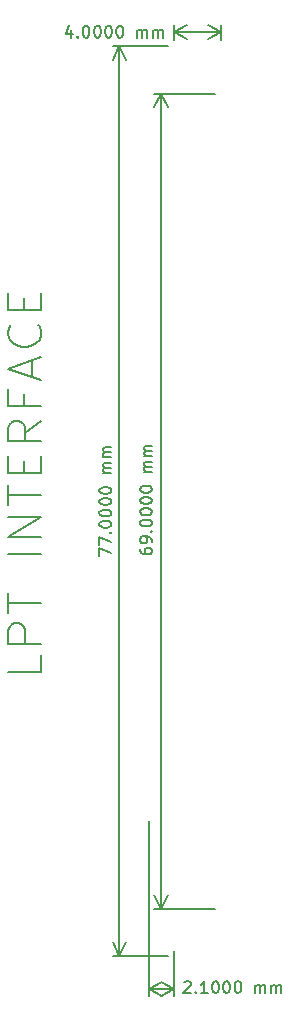
<source format=gbr>
%TF.GenerationSoftware,KiCad,Pcbnew,(6.0.11-0)*%
%TF.CreationDate,2023-05-17T23:02:26+12:00*%
%TF.ProjectId,controller-upper-cut,636f6e74-726f-46c6-9c65-722d75707065,3.2*%
%TF.SameCoordinates,PX1c9c380PY1312d00*%
%TF.FileFunction,OtherDrawing,Comment*%
%FSLAX46Y46*%
G04 Gerber Fmt 4.6, Leading zero omitted, Abs format (unit mm)*
G04 Created by KiCad (PCBNEW (6.0.11-0)) date 2023-05-17 23:02:26*
%MOMM*%
%LPD*%
G01*
G04 APERTURE LIST*
%ADD10C,0.200000*%
%ADD11C,0.150000*%
G04 APERTURE END LIST*
D10*
X8766666Y-147571428D02*
X8766666Y-149000000D01*
X5966666Y-149000000D01*
X8766666Y-146571428D02*
X5966666Y-146571428D01*
X5966666Y-145428571D01*
X6100000Y-145142857D01*
X6233333Y-145000000D01*
X6500000Y-144857142D01*
X6900000Y-144857142D01*
X7166666Y-145000000D01*
X7300000Y-145142857D01*
X7433333Y-145428571D01*
X7433333Y-146571428D01*
X5966666Y-144000000D02*
X5966666Y-142285714D01*
X8766666Y-143142857D02*
X5966666Y-143142857D01*
X8766666Y-139000000D02*
X5966666Y-139000000D01*
X8766666Y-137571428D02*
X5966666Y-137571428D01*
X8766666Y-135857142D01*
X5966666Y-135857142D01*
X5966666Y-134857142D02*
X5966666Y-133142857D01*
X8766666Y-134000000D02*
X5966666Y-134000000D01*
X7300000Y-132142857D02*
X7300000Y-131142857D01*
X8766666Y-130714285D02*
X8766666Y-132142857D01*
X5966666Y-132142857D01*
X5966666Y-130714285D01*
X8766666Y-127714285D02*
X7433333Y-128714285D01*
X8766666Y-129428571D02*
X5966666Y-129428571D01*
X5966666Y-128285714D01*
X6100000Y-128000000D01*
X6233333Y-127857142D01*
X6500000Y-127714285D01*
X6900000Y-127714285D01*
X7166666Y-127857142D01*
X7300000Y-128000000D01*
X7433333Y-128285714D01*
X7433333Y-129428571D01*
X7300000Y-125428571D02*
X7300000Y-126428571D01*
X8766666Y-126428571D02*
X5966666Y-126428571D01*
X5966666Y-125000000D01*
X7966666Y-124000000D02*
X7966666Y-122571428D01*
X8766666Y-124285714D02*
X5966666Y-123285714D01*
X8766666Y-122285714D01*
X8500000Y-119571428D02*
X8633333Y-119714285D01*
X8766666Y-120142857D01*
X8766666Y-120428571D01*
X8633333Y-120857142D01*
X8366666Y-121142857D01*
X8100000Y-121285714D01*
X7566666Y-121428571D01*
X7166666Y-121428571D01*
X6633333Y-121285714D01*
X6366666Y-121142857D01*
X6100000Y-120857142D01*
X5966666Y-120428571D01*
X5966666Y-120142857D01*
X6100000Y-119714285D01*
X6233333Y-119571428D01*
X7300000Y-118285714D02*
X7300000Y-117285714D01*
X8766666Y-116857142D02*
X8766666Y-118285714D01*
X5966666Y-118285714D01*
X5966666Y-116857142D01*
D11*
X17152380Y-138542857D02*
X17152380Y-138733333D01*
X17200000Y-138828571D01*
X17247619Y-138876190D01*
X17390476Y-138971428D01*
X17580952Y-139019047D01*
X17961904Y-139019047D01*
X18057142Y-138971428D01*
X18104761Y-138923809D01*
X18152380Y-138828571D01*
X18152380Y-138638095D01*
X18104761Y-138542857D01*
X18057142Y-138495238D01*
X17961904Y-138447619D01*
X17723809Y-138447619D01*
X17628571Y-138495238D01*
X17580952Y-138542857D01*
X17533333Y-138638095D01*
X17533333Y-138828571D01*
X17580952Y-138923809D01*
X17628571Y-138971428D01*
X17723809Y-139019047D01*
X18152380Y-137971428D02*
X18152380Y-137780952D01*
X18104761Y-137685714D01*
X18057142Y-137638095D01*
X17914285Y-137542857D01*
X17723809Y-137495238D01*
X17342857Y-137495238D01*
X17247619Y-137542857D01*
X17200000Y-137590476D01*
X17152380Y-137685714D01*
X17152380Y-137876190D01*
X17200000Y-137971428D01*
X17247619Y-138019047D01*
X17342857Y-138066666D01*
X17580952Y-138066666D01*
X17676190Y-138019047D01*
X17723809Y-137971428D01*
X17771428Y-137876190D01*
X17771428Y-137685714D01*
X17723809Y-137590476D01*
X17676190Y-137542857D01*
X17580952Y-137495238D01*
X18057142Y-137066666D02*
X18104761Y-137019047D01*
X18152380Y-137066666D01*
X18104761Y-137114285D01*
X18057142Y-137066666D01*
X18152380Y-137066666D01*
X17152380Y-136400000D02*
X17152380Y-136304761D01*
X17200000Y-136209523D01*
X17247619Y-136161904D01*
X17342857Y-136114285D01*
X17533333Y-136066666D01*
X17771428Y-136066666D01*
X17961904Y-136114285D01*
X18057142Y-136161904D01*
X18104761Y-136209523D01*
X18152380Y-136304761D01*
X18152380Y-136400000D01*
X18104761Y-136495238D01*
X18057142Y-136542857D01*
X17961904Y-136590476D01*
X17771428Y-136638095D01*
X17533333Y-136638095D01*
X17342857Y-136590476D01*
X17247619Y-136542857D01*
X17200000Y-136495238D01*
X17152380Y-136400000D01*
X17152380Y-135447619D02*
X17152380Y-135352380D01*
X17200000Y-135257142D01*
X17247619Y-135209523D01*
X17342857Y-135161904D01*
X17533333Y-135114285D01*
X17771428Y-135114285D01*
X17961904Y-135161904D01*
X18057142Y-135209523D01*
X18104761Y-135257142D01*
X18152380Y-135352380D01*
X18152380Y-135447619D01*
X18104761Y-135542857D01*
X18057142Y-135590476D01*
X17961904Y-135638095D01*
X17771428Y-135685714D01*
X17533333Y-135685714D01*
X17342857Y-135638095D01*
X17247619Y-135590476D01*
X17200000Y-135542857D01*
X17152380Y-135447619D01*
X17152380Y-134495238D02*
X17152380Y-134400000D01*
X17200000Y-134304761D01*
X17247619Y-134257142D01*
X17342857Y-134209523D01*
X17533333Y-134161904D01*
X17771428Y-134161904D01*
X17961904Y-134209523D01*
X18057142Y-134257142D01*
X18104761Y-134304761D01*
X18152380Y-134400000D01*
X18152380Y-134495238D01*
X18104761Y-134590476D01*
X18057142Y-134638095D01*
X17961904Y-134685714D01*
X17771428Y-134733333D01*
X17533333Y-134733333D01*
X17342857Y-134685714D01*
X17247619Y-134638095D01*
X17200000Y-134590476D01*
X17152380Y-134495238D01*
X17152380Y-133542857D02*
X17152380Y-133447619D01*
X17200000Y-133352380D01*
X17247619Y-133304761D01*
X17342857Y-133257142D01*
X17533333Y-133209523D01*
X17771428Y-133209523D01*
X17961904Y-133257142D01*
X18057142Y-133304761D01*
X18104761Y-133352380D01*
X18152380Y-133447619D01*
X18152380Y-133542857D01*
X18104761Y-133638095D01*
X18057142Y-133685714D01*
X17961904Y-133733333D01*
X17771428Y-133780952D01*
X17533333Y-133780952D01*
X17342857Y-133733333D01*
X17247619Y-133685714D01*
X17200000Y-133638095D01*
X17152380Y-133542857D01*
X18152380Y-132019047D02*
X17485714Y-132019047D01*
X17580952Y-132019047D02*
X17533333Y-131971428D01*
X17485714Y-131876190D01*
X17485714Y-131733333D01*
X17533333Y-131638095D01*
X17628571Y-131590476D01*
X18152380Y-131590476D01*
X17628571Y-131590476D02*
X17533333Y-131542857D01*
X17485714Y-131447619D01*
X17485714Y-131304761D01*
X17533333Y-131209523D01*
X17628571Y-131161904D01*
X18152380Y-131161904D01*
X18152380Y-130685714D02*
X17485714Y-130685714D01*
X17580952Y-130685714D02*
X17533333Y-130638095D01*
X17485714Y-130542857D01*
X17485714Y-130400000D01*
X17533333Y-130304761D01*
X17628571Y-130257142D01*
X18152380Y-130257142D01*
X17628571Y-130257142D02*
X17533333Y-130209523D01*
X17485714Y-130114285D01*
X17485714Y-129971428D01*
X17533333Y-129876190D01*
X17628571Y-129828571D01*
X18152380Y-129828571D01*
X23500000Y-169000000D02*
X18313580Y-169000000D01*
X23500000Y-100000000D02*
X18313580Y-100000000D01*
X18900000Y-169000000D02*
X18900000Y-100000000D01*
X18900000Y-169000000D02*
X18900000Y-100000000D01*
X18900000Y-169000000D02*
X19486421Y-167873496D01*
X18900000Y-169000000D02*
X18313579Y-167873496D01*
X18900000Y-100000000D02*
X18313579Y-101126504D01*
X18900000Y-100000000D02*
X19486421Y-101126504D01*
X13702380Y-139166666D02*
X13702380Y-138500000D01*
X14702380Y-138928571D01*
X13702380Y-138214285D02*
X13702380Y-137547619D01*
X14702380Y-137976190D01*
X14607142Y-137166666D02*
X14654761Y-137119047D01*
X14702380Y-137166666D01*
X14654761Y-137214285D01*
X14607142Y-137166666D01*
X14702380Y-137166666D01*
X13702380Y-136500000D02*
X13702380Y-136404761D01*
X13750000Y-136309523D01*
X13797619Y-136261904D01*
X13892857Y-136214285D01*
X14083333Y-136166666D01*
X14321428Y-136166666D01*
X14511904Y-136214285D01*
X14607142Y-136261904D01*
X14654761Y-136309523D01*
X14702380Y-136404761D01*
X14702380Y-136500000D01*
X14654761Y-136595238D01*
X14607142Y-136642857D01*
X14511904Y-136690476D01*
X14321428Y-136738095D01*
X14083333Y-136738095D01*
X13892857Y-136690476D01*
X13797619Y-136642857D01*
X13750000Y-136595238D01*
X13702380Y-136500000D01*
X13702380Y-135547619D02*
X13702380Y-135452380D01*
X13750000Y-135357142D01*
X13797619Y-135309523D01*
X13892857Y-135261904D01*
X14083333Y-135214285D01*
X14321428Y-135214285D01*
X14511904Y-135261904D01*
X14607142Y-135309523D01*
X14654761Y-135357142D01*
X14702380Y-135452380D01*
X14702380Y-135547619D01*
X14654761Y-135642857D01*
X14607142Y-135690476D01*
X14511904Y-135738095D01*
X14321428Y-135785714D01*
X14083333Y-135785714D01*
X13892857Y-135738095D01*
X13797619Y-135690476D01*
X13750000Y-135642857D01*
X13702380Y-135547619D01*
X13702380Y-134595238D02*
X13702380Y-134500000D01*
X13750000Y-134404761D01*
X13797619Y-134357142D01*
X13892857Y-134309523D01*
X14083333Y-134261904D01*
X14321428Y-134261904D01*
X14511904Y-134309523D01*
X14607142Y-134357142D01*
X14654761Y-134404761D01*
X14702380Y-134500000D01*
X14702380Y-134595238D01*
X14654761Y-134690476D01*
X14607142Y-134738095D01*
X14511904Y-134785714D01*
X14321428Y-134833333D01*
X14083333Y-134833333D01*
X13892857Y-134785714D01*
X13797619Y-134738095D01*
X13750000Y-134690476D01*
X13702380Y-134595238D01*
X13702380Y-133642857D02*
X13702380Y-133547619D01*
X13750000Y-133452380D01*
X13797619Y-133404761D01*
X13892857Y-133357142D01*
X14083333Y-133309523D01*
X14321428Y-133309523D01*
X14511904Y-133357142D01*
X14607142Y-133404761D01*
X14654761Y-133452380D01*
X14702380Y-133547619D01*
X14702380Y-133642857D01*
X14654761Y-133738095D01*
X14607142Y-133785714D01*
X14511904Y-133833333D01*
X14321428Y-133880952D01*
X14083333Y-133880952D01*
X13892857Y-133833333D01*
X13797619Y-133785714D01*
X13750000Y-133738095D01*
X13702380Y-133642857D01*
X14702380Y-132119047D02*
X14035714Y-132119047D01*
X14130952Y-132119047D02*
X14083333Y-132071428D01*
X14035714Y-131976190D01*
X14035714Y-131833333D01*
X14083333Y-131738095D01*
X14178571Y-131690476D01*
X14702380Y-131690476D01*
X14178571Y-131690476D02*
X14083333Y-131642857D01*
X14035714Y-131547619D01*
X14035714Y-131404761D01*
X14083333Y-131309523D01*
X14178571Y-131261904D01*
X14702380Y-131261904D01*
X14702380Y-130785714D02*
X14035714Y-130785714D01*
X14130952Y-130785714D02*
X14083333Y-130738095D01*
X14035714Y-130642857D01*
X14035714Y-130500000D01*
X14083333Y-130404761D01*
X14178571Y-130357142D01*
X14702380Y-130357142D01*
X14178571Y-130357142D02*
X14083333Y-130309523D01*
X14035714Y-130214285D01*
X14035714Y-130071428D01*
X14083333Y-129976190D01*
X14178571Y-129928571D01*
X14702380Y-129928571D01*
X19500000Y-173000000D02*
X14813580Y-173000000D01*
X19500000Y-96000000D02*
X14813580Y-96000000D01*
X15400000Y-173000000D02*
X15400000Y-96000000D01*
X15400000Y-173000000D02*
X15400000Y-96000000D01*
X15400000Y-173000000D02*
X15986421Y-171873496D01*
X15400000Y-173000000D02*
X14813579Y-171873496D01*
X15400000Y-96000000D02*
X14813579Y-97126504D01*
X15400000Y-96000000D02*
X15986421Y-97126504D01*
X11333333Y-94585714D02*
X11333333Y-95252380D01*
X11095238Y-94204761D02*
X10857142Y-94919047D01*
X11476190Y-94919047D01*
X11857142Y-95157142D02*
X11904761Y-95204761D01*
X11857142Y-95252380D01*
X11809523Y-95204761D01*
X11857142Y-95157142D01*
X11857142Y-95252380D01*
X12523809Y-94252380D02*
X12619047Y-94252380D01*
X12714285Y-94300000D01*
X12761904Y-94347619D01*
X12809523Y-94442857D01*
X12857142Y-94633333D01*
X12857142Y-94871428D01*
X12809523Y-95061904D01*
X12761904Y-95157142D01*
X12714285Y-95204761D01*
X12619047Y-95252380D01*
X12523809Y-95252380D01*
X12428571Y-95204761D01*
X12380952Y-95157142D01*
X12333333Y-95061904D01*
X12285714Y-94871428D01*
X12285714Y-94633333D01*
X12333333Y-94442857D01*
X12380952Y-94347619D01*
X12428571Y-94300000D01*
X12523809Y-94252380D01*
X13476190Y-94252380D02*
X13571428Y-94252380D01*
X13666666Y-94300000D01*
X13714285Y-94347619D01*
X13761904Y-94442857D01*
X13809523Y-94633333D01*
X13809523Y-94871428D01*
X13761904Y-95061904D01*
X13714285Y-95157142D01*
X13666666Y-95204761D01*
X13571428Y-95252380D01*
X13476190Y-95252380D01*
X13380952Y-95204761D01*
X13333333Y-95157142D01*
X13285714Y-95061904D01*
X13238095Y-94871428D01*
X13238095Y-94633333D01*
X13285714Y-94442857D01*
X13333333Y-94347619D01*
X13380952Y-94300000D01*
X13476190Y-94252380D01*
X14428571Y-94252380D02*
X14523809Y-94252380D01*
X14619047Y-94300000D01*
X14666666Y-94347619D01*
X14714285Y-94442857D01*
X14761904Y-94633333D01*
X14761904Y-94871428D01*
X14714285Y-95061904D01*
X14666666Y-95157142D01*
X14619047Y-95204761D01*
X14523809Y-95252380D01*
X14428571Y-95252380D01*
X14333333Y-95204761D01*
X14285714Y-95157142D01*
X14238095Y-95061904D01*
X14190476Y-94871428D01*
X14190476Y-94633333D01*
X14238095Y-94442857D01*
X14285714Y-94347619D01*
X14333333Y-94300000D01*
X14428571Y-94252380D01*
X15380952Y-94252380D02*
X15476190Y-94252380D01*
X15571428Y-94300000D01*
X15619047Y-94347619D01*
X15666666Y-94442857D01*
X15714285Y-94633333D01*
X15714285Y-94871428D01*
X15666666Y-95061904D01*
X15619047Y-95157142D01*
X15571428Y-95204761D01*
X15476190Y-95252380D01*
X15380952Y-95252380D01*
X15285714Y-95204761D01*
X15238095Y-95157142D01*
X15190476Y-95061904D01*
X15142857Y-94871428D01*
X15142857Y-94633333D01*
X15190476Y-94442857D01*
X15238095Y-94347619D01*
X15285714Y-94300000D01*
X15380952Y-94252380D01*
X16904761Y-95252380D02*
X16904761Y-94585714D01*
X16904761Y-94680952D02*
X16952380Y-94633333D01*
X17047619Y-94585714D01*
X17190476Y-94585714D01*
X17285714Y-94633333D01*
X17333333Y-94728571D01*
X17333333Y-95252380D01*
X17333333Y-94728571D02*
X17380952Y-94633333D01*
X17476190Y-94585714D01*
X17619047Y-94585714D01*
X17714285Y-94633333D01*
X17761904Y-94728571D01*
X17761904Y-95252380D01*
X18238095Y-95252380D02*
X18238095Y-94585714D01*
X18238095Y-94680952D02*
X18285714Y-94633333D01*
X18380952Y-94585714D01*
X18523809Y-94585714D01*
X18619047Y-94633333D01*
X18666666Y-94728571D01*
X18666666Y-95252380D01*
X18666666Y-94728571D02*
X18714285Y-94633333D01*
X18809523Y-94585714D01*
X18952380Y-94585714D01*
X19047619Y-94633333D01*
X19095238Y-94728571D01*
X19095238Y-95252380D01*
X20000000Y-95500000D02*
X20000000Y-94213580D01*
X24000000Y-95500000D02*
X24000000Y-94213580D01*
X20000000Y-94800000D02*
X24000000Y-94800000D01*
X20000000Y-94800000D02*
X24000000Y-94800000D01*
X20000000Y-94800000D02*
X21126504Y-95386421D01*
X20000000Y-94800000D02*
X21126504Y-94213579D01*
X24000000Y-94800000D02*
X22873496Y-94213579D01*
X24000000Y-94800000D02*
X22873496Y-95386421D01*
X20857142Y-175247619D02*
X20904761Y-175200000D01*
X21000000Y-175152380D01*
X21238095Y-175152380D01*
X21333333Y-175200000D01*
X21380952Y-175247619D01*
X21428571Y-175342857D01*
X21428571Y-175438095D01*
X21380952Y-175580952D01*
X20809523Y-176152380D01*
X21428571Y-176152380D01*
X21857142Y-176057142D02*
X21904761Y-176104761D01*
X21857142Y-176152380D01*
X21809523Y-176104761D01*
X21857142Y-176057142D01*
X21857142Y-176152380D01*
X22857142Y-176152380D02*
X22285714Y-176152380D01*
X22571428Y-176152380D02*
X22571428Y-175152380D01*
X22476190Y-175295238D01*
X22380952Y-175390476D01*
X22285714Y-175438095D01*
X23476190Y-175152380D02*
X23571428Y-175152380D01*
X23666666Y-175200000D01*
X23714285Y-175247619D01*
X23761904Y-175342857D01*
X23809523Y-175533333D01*
X23809523Y-175771428D01*
X23761904Y-175961904D01*
X23714285Y-176057142D01*
X23666666Y-176104761D01*
X23571428Y-176152380D01*
X23476190Y-176152380D01*
X23380952Y-176104761D01*
X23333333Y-176057142D01*
X23285714Y-175961904D01*
X23238095Y-175771428D01*
X23238095Y-175533333D01*
X23285714Y-175342857D01*
X23333333Y-175247619D01*
X23380952Y-175200000D01*
X23476190Y-175152380D01*
X24428571Y-175152380D02*
X24523809Y-175152380D01*
X24619047Y-175200000D01*
X24666666Y-175247619D01*
X24714285Y-175342857D01*
X24761904Y-175533333D01*
X24761904Y-175771428D01*
X24714285Y-175961904D01*
X24666666Y-176057142D01*
X24619047Y-176104761D01*
X24523809Y-176152380D01*
X24428571Y-176152380D01*
X24333333Y-176104761D01*
X24285714Y-176057142D01*
X24238095Y-175961904D01*
X24190476Y-175771428D01*
X24190476Y-175533333D01*
X24238095Y-175342857D01*
X24285714Y-175247619D01*
X24333333Y-175200000D01*
X24428571Y-175152380D01*
X25380952Y-175152380D02*
X25476190Y-175152380D01*
X25571428Y-175200000D01*
X25619047Y-175247619D01*
X25666666Y-175342857D01*
X25714285Y-175533333D01*
X25714285Y-175771428D01*
X25666666Y-175961904D01*
X25619047Y-176057142D01*
X25571428Y-176104761D01*
X25476190Y-176152380D01*
X25380952Y-176152380D01*
X25285714Y-176104761D01*
X25238095Y-176057142D01*
X25190476Y-175961904D01*
X25142857Y-175771428D01*
X25142857Y-175533333D01*
X25190476Y-175342857D01*
X25238095Y-175247619D01*
X25285714Y-175200000D01*
X25380952Y-175152380D01*
X26904761Y-176152380D02*
X26904761Y-175485714D01*
X26904761Y-175580952D02*
X26952380Y-175533333D01*
X27047619Y-175485714D01*
X27190476Y-175485714D01*
X27285714Y-175533333D01*
X27333333Y-175628571D01*
X27333333Y-176152380D01*
X27333333Y-175628571D02*
X27380952Y-175533333D01*
X27476190Y-175485714D01*
X27619047Y-175485714D01*
X27714285Y-175533333D01*
X27761904Y-175628571D01*
X27761904Y-176152380D01*
X28238095Y-176152380D02*
X28238095Y-175485714D01*
X28238095Y-175580952D02*
X28285714Y-175533333D01*
X28380952Y-175485714D01*
X28523809Y-175485714D01*
X28619047Y-175533333D01*
X28666666Y-175628571D01*
X28666666Y-176152380D01*
X28666666Y-175628571D02*
X28714285Y-175533333D01*
X28809523Y-175485714D01*
X28952380Y-175485714D01*
X29047619Y-175533333D01*
X29095238Y-175628571D01*
X29095238Y-176152380D01*
X17900000Y-161600000D02*
X17900000Y-176386420D01*
X20000000Y-176386420D02*
X20000000Y-172600000D01*
X17900000Y-175800000D02*
X20000000Y-175800000D01*
X17900000Y-175800000D02*
X20000000Y-175800000D01*
X17900000Y-175800000D02*
X19026504Y-176386421D01*
X17900000Y-175800000D02*
X19026504Y-175213579D01*
X20000000Y-175800000D02*
X18873496Y-175213579D01*
X20000000Y-175800000D02*
X18873496Y-176386421D01*
M02*

</source>
